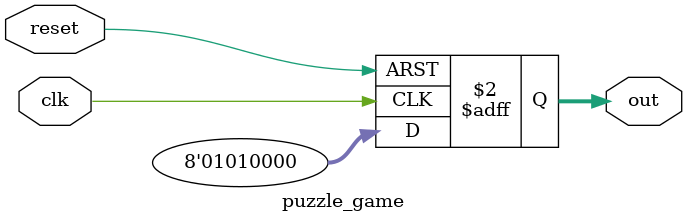
<source format=v>
module puzzle_game(
    input clk,
    input reset,
    output reg [7:0] out
);
    always @(posedge clk or posedge reset) begin
        if(reset)
            out <= "P";  // ASCII P
        else
            out <= "P";
    end
endmodule
</source>
